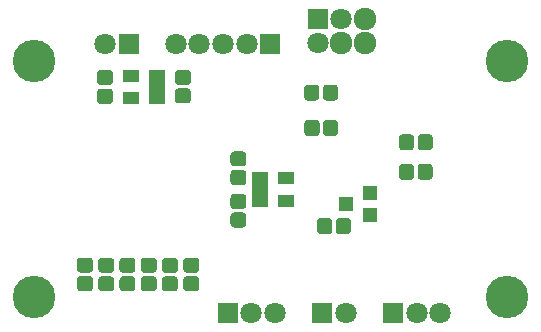
<source format=gbs>
G04 #@! TF.GenerationSoftware,KiCad,Pcbnew,(5.0.0)*
G04 #@! TF.CreationDate,2019-01-23T06:14:12+09:00*
G04 #@! TF.ProjectId,PDS,5044532E6B696361645F706362000000,rev?*
G04 #@! TF.SameCoordinates,Original*
G04 #@! TF.FileFunction,Soldermask,Bot*
G04 #@! TF.FilePolarity,Negative*
%FSLAX46Y46*%
G04 Gerber Fmt 4.6, Leading zero omitted, Abs format (unit mm)*
G04 Created by KiCad (PCBNEW (5.0.0)) date 01/23/19 06:14:12*
%MOMM*%
%LPD*%
G01*
G04 APERTURE LIST*
%ADD10C,3.600000*%
%ADD11C,1.000000*%
%ADD12C,1.275000*%
%ADD13R,1.800000X1.800000*%
%ADD14C,1.800000*%
%ADD15C,1.924000*%
%ADD16R,1.460000X1.050000*%
%ADD17R,1.300000X1.200000*%
G04 APERTURE END LIST*
D10*
G04 #@! TO.C,REF\002A\002A*
X105000000Y-130000000D03*
G04 #@! TD*
G04 #@! TO.C,REF\002A\002A*
X65000000Y-130000000D03*
G04 #@! TD*
G04 #@! TO.C,REF\002A\002A*
X65000000Y-110000000D03*
G04 #@! TD*
D11*
G04 #@! TO.C,C1*
G36*
X77987493Y-112339035D02*
X78018435Y-112343625D01*
X78048778Y-112351225D01*
X78078230Y-112361763D01*
X78106508Y-112375138D01*
X78133338Y-112391219D01*
X78158463Y-112409853D01*
X78181640Y-112430860D01*
X78202647Y-112454037D01*
X78221281Y-112479162D01*
X78237362Y-112505992D01*
X78250737Y-112534270D01*
X78261275Y-112563722D01*
X78268875Y-112594065D01*
X78273465Y-112625007D01*
X78275000Y-112656250D01*
X78275000Y-113293750D01*
X78273465Y-113324993D01*
X78268875Y-113355935D01*
X78261275Y-113386278D01*
X78250737Y-113415730D01*
X78237362Y-113444008D01*
X78221281Y-113470838D01*
X78202647Y-113495963D01*
X78181640Y-113519140D01*
X78158463Y-113540147D01*
X78133338Y-113558781D01*
X78106508Y-113574862D01*
X78078230Y-113588237D01*
X78048778Y-113598775D01*
X78018435Y-113606375D01*
X77987493Y-113610965D01*
X77956250Y-113612500D01*
X77243750Y-113612500D01*
X77212507Y-113610965D01*
X77181565Y-113606375D01*
X77151222Y-113598775D01*
X77121770Y-113588237D01*
X77093492Y-113574862D01*
X77066662Y-113558781D01*
X77041537Y-113540147D01*
X77018360Y-113519140D01*
X76997353Y-113495963D01*
X76978719Y-113470838D01*
X76962638Y-113444008D01*
X76949263Y-113415730D01*
X76938725Y-113386278D01*
X76931125Y-113355935D01*
X76926535Y-113324993D01*
X76925000Y-113293750D01*
X76925000Y-112656250D01*
X76926535Y-112625007D01*
X76931125Y-112594065D01*
X76938725Y-112563722D01*
X76949263Y-112534270D01*
X76962638Y-112505992D01*
X76978719Y-112479162D01*
X76997353Y-112454037D01*
X77018360Y-112430860D01*
X77041537Y-112409853D01*
X77066662Y-112391219D01*
X77093492Y-112375138D01*
X77121770Y-112361763D01*
X77151222Y-112351225D01*
X77181565Y-112343625D01*
X77212507Y-112339035D01*
X77243750Y-112337500D01*
X77956250Y-112337500D01*
X77987493Y-112339035D01*
X77987493Y-112339035D01*
G37*
D12*
X77600000Y-112975000D03*
D11*
G36*
X77987493Y-110764035D02*
X78018435Y-110768625D01*
X78048778Y-110776225D01*
X78078230Y-110786763D01*
X78106508Y-110800138D01*
X78133338Y-110816219D01*
X78158463Y-110834853D01*
X78181640Y-110855860D01*
X78202647Y-110879037D01*
X78221281Y-110904162D01*
X78237362Y-110930992D01*
X78250737Y-110959270D01*
X78261275Y-110988722D01*
X78268875Y-111019065D01*
X78273465Y-111050007D01*
X78275000Y-111081250D01*
X78275000Y-111718750D01*
X78273465Y-111749993D01*
X78268875Y-111780935D01*
X78261275Y-111811278D01*
X78250737Y-111840730D01*
X78237362Y-111869008D01*
X78221281Y-111895838D01*
X78202647Y-111920963D01*
X78181640Y-111944140D01*
X78158463Y-111965147D01*
X78133338Y-111983781D01*
X78106508Y-111999862D01*
X78078230Y-112013237D01*
X78048778Y-112023775D01*
X78018435Y-112031375D01*
X77987493Y-112035965D01*
X77956250Y-112037500D01*
X77243750Y-112037500D01*
X77212507Y-112035965D01*
X77181565Y-112031375D01*
X77151222Y-112023775D01*
X77121770Y-112013237D01*
X77093492Y-111999862D01*
X77066662Y-111983781D01*
X77041537Y-111965147D01*
X77018360Y-111944140D01*
X76997353Y-111920963D01*
X76978719Y-111895838D01*
X76962638Y-111869008D01*
X76949263Y-111840730D01*
X76938725Y-111811278D01*
X76931125Y-111780935D01*
X76926535Y-111749993D01*
X76925000Y-111718750D01*
X76925000Y-111081250D01*
X76926535Y-111050007D01*
X76931125Y-111019065D01*
X76938725Y-110988722D01*
X76949263Y-110959270D01*
X76962638Y-110930992D01*
X76978719Y-110904162D01*
X76997353Y-110879037D01*
X77018360Y-110855860D01*
X77041537Y-110834853D01*
X77066662Y-110816219D01*
X77093492Y-110800138D01*
X77121770Y-110786763D01*
X77151222Y-110776225D01*
X77181565Y-110768625D01*
X77212507Y-110764035D01*
X77243750Y-110762500D01*
X77956250Y-110762500D01*
X77987493Y-110764035D01*
X77987493Y-110764035D01*
G37*
D12*
X77600000Y-111400000D03*
G04 #@! TD*
D11*
G04 #@! TO.C,C2*
G36*
X71387493Y-110789035D02*
X71418435Y-110793625D01*
X71448778Y-110801225D01*
X71478230Y-110811763D01*
X71506508Y-110825138D01*
X71533338Y-110841219D01*
X71558463Y-110859853D01*
X71581640Y-110880860D01*
X71602647Y-110904037D01*
X71621281Y-110929162D01*
X71637362Y-110955992D01*
X71650737Y-110984270D01*
X71661275Y-111013722D01*
X71668875Y-111044065D01*
X71673465Y-111075007D01*
X71675000Y-111106250D01*
X71675000Y-111743750D01*
X71673465Y-111774993D01*
X71668875Y-111805935D01*
X71661275Y-111836278D01*
X71650737Y-111865730D01*
X71637362Y-111894008D01*
X71621281Y-111920838D01*
X71602647Y-111945963D01*
X71581640Y-111969140D01*
X71558463Y-111990147D01*
X71533338Y-112008781D01*
X71506508Y-112024862D01*
X71478230Y-112038237D01*
X71448778Y-112048775D01*
X71418435Y-112056375D01*
X71387493Y-112060965D01*
X71356250Y-112062500D01*
X70643750Y-112062500D01*
X70612507Y-112060965D01*
X70581565Y-112056375D01*
X70551222Y-112048775D01*
X70521770Y-112038237D01*
X70493492Y-112024862D01*
X70466662Y-112008781D01*
X70441537Y-111990147D01*
X70418360Y-111969140D01*
X70397353Y-111945963D01*
X70378719Y-111920838D01*
X70362638Y-111894008D01*
X70349263Y-111865730D01*
X70338725Y-111836278D01*
X70331125Y-111805935D01*
X70326535Y-111774993D01*
X70325000Y-111743750D01*
X70325000Y-111106250D01*
X70326535Y-111075007D01*
X70331125Y-111044065D01*
X70338725Y-111013722D01*
X70349263Y-110984270D01*
X70362638Y-110955992D01*
X70378719Y-110929162D01*
X70397353Y-110904037D01*
X70418360Y-110880860D01*
X70441537Y-110859853D01*
X70466662Y-110841219D01*
X70493492Y-110825138D01*
X70521770Y-110811763D01*
X70551222Y-110801225D01*
X70581565Y-110793625D01*
X70612507Y-110789035D01*
X70643750Y-110787500D01*
X71356250Y-110787500D01*
X71387493Y-110789035D01*
X71387493Y-110789035D01*
G37*
D12*
X71000000Y-111425000D03*
D11*
G36*
X71387493Y-112364035D02*
X71418435Y-112368625D01*
X71448778Y-112376225D01*
X71478230Y-112386763D01*
X71506508Y-112400138D01*
X71533338Y-112416219D01*
X71558463Y-112434853D01*
X71581640Y-112455860D01*
X71602647Y-112479037D01*
X71621281Y-112504162D01*
X71637362Y-112530992D01*
X71650737Y-112559270D01*
X71661275Y-112588722D01*
X71668875Y-112619065D01*
X71673465Y-112650007D01*
X71675000Y-112681250D01*
X71675000Y-113318750D01*
X71673465Y-113349993D01*
X71668875Y-113380935D01*
X71661275Y-113411278D01*
X71650737Y-113440730D01*
X71637362Y-113469008D01*
X71621281Y-113495838D01*
X71602647Y-113520963D01*
X71581640Y-113544140D01*
X71558463Y-113565147D01*
X71533338Y-113583781D01*
X71506508Y-113599862D01*
X71478230Y-113613237D01*
X71448778Y-113623775D01*
X71418435Y-113631375D01*
X71387493Y-113635965D01*
X71356250Y-113637500D01*
X70643750Y-113637500D01*
X70612507Y-113635965D01*
X70581565Y-113631375D01*
X70551222Y-113623775D01*
X70521770Y-113613237D01*
X70493492Y-113599862D01*
X70466662Y-113583781D01*
X70441537Y-113565147D01*
X70418360Y-113544140D01*
X70397353Y-113520963D01*
X70378719Y-113495838D01*
X70362638Y-113469008D01*
X70349263Y-113440730D01*
X70338725Y-113411278D01*
X70331125Y-113380935D01*
X70326535Y-113349993D01*
X70325000Y-113318750D01*
X70325000Y-112681250D01*
X70326535Y-112650007D01*
X70331125Y-112619065D01*
X70338725Y-112588722D01*
X70349263Y-112559270D01*
X70362638Y-112530992D01*
X70378719Y-112504162D01*
X70397353Y-112479037D01*
X70418360Y-112455860D01*
X70441537Y-112434853D01*
X70466662Y-112416219D01*
X70493492Y-112400138D01*
X70521770Y-112386763D01*
X70551222Y-112376225D01*
X70581565Y-112368625D01*
X70612507Y-112364035D01*
X70643750Y-112362500D01*
X71356250Y-112362500D01*
X71387493Y-112364035D01*
X71387493Y-112364035D01*
G37*
D12*
X71000000Y-113000000D03*
G04 #@! TD*
D13*
G04 #@! TO.C,J1*
X73000000Y-108600000D03*
D14*
X71000000Y-108600000D03*
G04 #@! TD*
G04 #@! TO.C,J2*
X83000000Y-108600000D03*
D13*
X85000000Y-108600000D03*
D14*
X81000000Y-108600000D03*
X79000000Y-108600000D03*
X77000000Y-108600000D03*
G04 #@! TD*
G04 #@! TO.C,J3*
X97400000Y-131400000D03*
D13*
X95400000Y-131400000D03*
D14*
X99400000Y-131400000D03*
G04 #@! TD*
G04 #@! TO.C,J4*
X85400000Y-131400000D03*
D13*
X81400000Y-131400000D03*
D14*
X83400000Y-131400000D03*
G04 #@! TD*
G04 #@! TO.C,J5*
X91400000Y-131400000D03*
D13*
X89400000Y-131400000D03*
G04 #@! TD*
D14*
G04 #@! TO.C,J8*
X89000000Y-108500000D03*
D13*
X89000000Y-106500000D03*
D14*
X91000000Y-106500000D03*
D15*
X91000000Y-108500000D03*
X93000000Y-106500000D03*
X93000000Y-108500000D03*
G04 #@! TD*
D16*
G04 #@! TO.C,Q1*
X86300000Y-121850000D03*
X86300000Y-119950000D03*
X84100000Y-119950000D03*
X84100000Y-120900000D03*
X84100000Y-121850000D03*
G04 #@! TD*
D17*
G04 #@! TO.C,Q2*
X93400000Y-121200000D03*
X93400000Y-123100000D03*
X91400000Y-122150000D03*
G04 #@! TD*
D11*
G04 #@! TO.C,R1*
G36*
X69687493Y-128239035D02*
X69718435Y-128243625D01*
X69748778Y-128251225D01*
X69778230Y-128261763D01*
X69806508Y-128275138D01*
X69833338Y-128291219D01*
X69858463Y-128309853D01*
X69881640Y-128330860D01*
X69902647Y-128354037D01*
X69921281Y-128379162D01*
X69937362Y-128405992D01*
X69950737Y-128434270D01*
X69961275Y-128463722D01*
X69968875Y-128494065D01*
X69973465Y-128525007D01*
X69975000Y-128556250D01*
X69975000Y-129193750D01*
X69973465Y-129224993D01*
X69968875Y-129255935D01*
X69961275Y-129286278D01*
X69950737Y-129315730D01*
X69937362Y-129344008D01*
X69921281Y-129370838D01*
X69902647Y-129395963D01*
X69881640Y-129419140D01*
X69858463Y-129440147D01*
X69833338Y-129458781D01*
X69806508Y-129474862D01*
X69778230Y-129488237D01*
X69748778Y-129498775D01*
X69718435Y-129506375D01*
X69687493Y-129510965D01*
X69656250Y-129512500D01*
X68943750Y-129512500D01*
X68912507Y-129510965D01*
X68881565Y-129506375D01*
X68851222Y-129498775D01*
X68821770Y-129488237D01*
X68793492Y-129474862D01*
X68766662Y-129458781D01*
X68741537Y-129440147D01*
X68718360Y-129419140D01*
X68697353Y-129395963D01*
X68678719Y-129370838D01*
X68662638Y-129344008D01*
X68649263Y-129315730D01*
X68638725Y-129286278D01*
X68631125Y-129255935D01*
X68626535Y-129224993D01*
X68625000Y-129193750D01*
X68625000Y-128556250D01*
X68626535Y-128525007D01*
X68631125Y-128494065D01*
X68638725Y-128463722D01*
X68649263Y-128434270D01*
X68662638Y-128405992D01*
X68678719Y-128379162D01*
X68697353Y-128354037D01*
X68718360Y-128330860D01*
X68741537Y-128309853D01*
X68766662Y-128291219D01*
X68793492Y-128275138D01*
X68821770Y-128261763D01*
X68851222Y-128251225D01*
X68881565Y-128243625D01*
X68912507Y-128239035D01*
X68943750Y-128237500D01*
X69656250Y-128237500D01*
X69687493Y-128239035D01*
X69687493Y-128239035D01*
G37*
D12*
X69300000Y-128875000D03*
D11*
G36*
X69687493Y-126664035D02*
X69718435Y-126668625D01*
X69748778Y-126676225D01*
X69778230Y-126686763D01*
X69806508Y-126700138D01*
X69833338Y-126716219D01*
X69858463Y-126734853D01*
X69881640Y-126755860D01*
X69902647Y-126779037D01*
X69921281Y-126804162D01*
X69937362Y-126830992D01*
X69950737Y-126859270D01*
X69961275Y-126888722D01*
X69968875Y-126919065D01*
X69973465Y-126950007D01*
X69975000Y-126981250D01*
X69975000Y-127618750D01*
X69973465Y-127649993D01*
X69968875Y-127680935D01*
X69961275Y-127711278D01*
X69950737Y-127740730D01*
X69937362Y-127769008D01*
X69921281Y-127795838D01*
X69902647Y-127820963D01*
X69881640Y-127844140D01*
X69858463Y-127865147D01*
X69833338Y-127883781D01*
X69806508Y-127899862D01*
X69778230Y-127913237D01*
X69748778Y-127923775D01*
X69718435Y-127931375D01*
X69687493Y-127935965D01*
X69656250Y-127937500D01*
X68943750Y-127937500D01*
X68912507Y-127935965D01*
X68881565Y-127931375D01*
X68851222Y-127923775D01*
X68821770Y-127913237D01*
X68793492Y-127899862D01*
X68766662Y-127883781D01*
X68741537Y-127865147D01*
X68718360Y-127844140D01*
X68697353Y-127820963D01*
X68678719Y-127795838D01*
X68662638Y-127769008D01*
X68649263Y-127740730D01*
X68638725Y-127711278D01*
X68631125Y-127680935D01*
X68626535Y-127649993D01*
X68625000Y-127618750D01*
X68625000Y-126981250D01*
X68626535Y-126950007D01*
X68631125Y-126919065D01*
X68638725Y-126888722D01*
X68649263Y-126859270D01*
X68662638Y-126830992D01*
X68678719Y-126804162D01*
X68697353Y-126779037D01*
X68718360Y-126755860D01*
X68741537Y-126734853D01*
X68766662Y-126716219D01*
X68793492Y-126700138D01*
X68821770Y-126686763D01*
X68851222Y-126676225D01*
X68881565Y-126668625D01*
X68912507Y-126664035D01*
X68943750Y-126662500D01*
X69656250Y-126662500D01*
X69687493Y-126664035D01*
X69687493Y-126664035D01*
G37*
D12*
X69300000Y-127300000D03*
G04 #@! TD*
D11*
G04 #@! TO.C,R2*
G36*
X71487493Y-126676535D02*
X71518435Y-126681125D01*
X71548778Y-126688725D01*
X71578230Y-126699263D01*
X71606508Y-126712638D01*
X71633338Y-126728719D01*
X71658463Y-126747353D01*
X71681640Y-126768360D01*
X71702647Y-126791537D01*
X71721281Y-126816662D01*
X71737362Y-126843492D01*
X71750737Y-126871770D01*
X71761275Y-126901222D01*
X71768875Y-126931565D01*
X71773465Y-126962507D01*
X71775000Y-126993750D01*
X71775000Y-127631250D01*
X71773465Y-127662493D01*
X71768875Y-127693435D01*
X71761275Y-127723778D01*
X71750737Y-127753230D01*
X71737362Y-127781508D01*
X71721281Y-127808338D01*
X71702647Y-127833463D01*
X71681640Y-127856640D01*
X71658463Y-127877647D01*
X71633338Y-127896281D01*
X71606508Y-127912362D01*
X71578230Y-127925737D01*
X71548778Y-127936275D01*
X71518435Y-127943875D01*
X71487493Y-127948465D01*
X71456250Y-127950000D01*
X70743750Y-127950000D01*
X70712507Y-127948465D01*
X70681565Y-127943875D01*
X70651222Y-127936275D01*
X70621770Y-127925737D01*
X70593492Y-127912362D01*
X70566662Y-127896281D01*
X70541537Y-127877647D01*
X70518360Y-127856640D01*
X70497353Y-127833463D01*
X70478719Y-127808338D01*
X70462638Y-127781508D01*
X70449263Y-127753230D01*
X70438725Y-127723778D01*
X70431125Y-127693435D01*
X70426535Y-127662493D01*
X70425000Y-127631250D01*
X70425000Y-126993750D01*
X70426535Y-126962507D01*
X70431125Y-126931565D01*
X70438725Y-126901222D01*
X70449263Y-126871770D01*
X70462638Y-126843492D01*
X70478719Y-126816662D01*
X70497353Y-126791537D01*
X70518360Y-126768360D01*
X70541537Y-126747353D01*
X70566662Y-126728719D01*
X70593492Y-126712638D01*
X70621770Y-126699263D01*
X70651222Y-126688725D01*
X70681565Y-126681125D01*
X70712507Y-126676535D01*
X70743750Y-126675000D01*
X71456250Y-126675000D01*
X71487493Y-126676535D01*
X71487493Y-126676535D01*
G37*
D12*
X71100000Y-127312500D03*
D11*
G36*
X71487493Y-128251535D02*
X71518435Y-128256125D01*
X71548778Y-128263725D01*
X71578230Y-128274263D01*
X71606508Y-128287638D01*
X71633338Y-128303719D01*
X71658463Y-128322353D01*
X71681640Y-128343360D01*
X71702647Y-128366537D01*
X71721281Y-128391662D01*
X71737362Y-128418492D01*
X71750737Y-128446770D01*
X71761275Y-128476222D01*
X71768875Y-128506565D01*
X71773465Y-128537507D01*
X71775000Y-128568750D01*
X71775000Y-129206250D01*
X71773465Y-129237493D01*
X71768875Y-129268435D01*
X71761275Y-129298778D01*
X71750737Y-129328230D01*
X71737362Y-129356508D01*
X71721281Y-129383338D01*
X71702647Y-129408463D01*
X71681640Y-129431640D01*
X71658463Y-129452647D01*
X71633338Y-129471281D01*
X71606508Y-129487362D01*
X71578230Y-129500737D01*
X71548778Y-129511275D01*
X71518435Y-129518875D01*
X71487493Y-129523465D01*
X71456250Y-129525000D01*
X70743750Y-129525000D01*
X70712507Y-129523465D01*
X70681565Y-129518875D01*
X70651222Y-129511275D01*
X70621770Y-129500737D01*
X70593492Y-129487362D01*
X70566662Y-129471281D01*
X70541537Y-129452647D01*
X70518360Y-129431640D01*
X70497353Y-129408463D01*
X70478719Y-129383338D01*
X70462638Y-129356508D01*
X70449263Y-129328230D01*
X70438725Y-129298778D01*
X70431125Y-129268435D01*
X70426535Y-129237493D01*
X70425000Y-129206250D01*
X70425000Y-128568750D01*
X70426535Y-128537507D01*
X70431125Y-128506565D01*
X70438725Y-128476222D01*
X70449263Y-128446770D01*
X70462638Y-128418492D01*
X70478719Y-128391662D01*
X70497353Y-128366537D01*
X70518360Y-128343360D01*
X70541537Y-128322353D01*
X70566662Y-128303719D01*
X70593492Y-128287638D01*
X70621770Y-128274263D01*
X70651222Y-128263725D01*
X70681565Y-128256125D01*
X70712507Y-128251535D01*
X70743750Y-128250000D01*
X71456250Y-128250000D01*
X71487493Y-128251535D01*
X71487493Y-128251535D01*
G37*
D12*
X71100000Y-128887500D03*
G04 #@! TD*
D11*
G04 #@! TO.C,R3*
G36*
X73287493Y-128251535D02*
X73318435Y-128256125D01*
X73348778Y-128263725D01*
X73378230Y-128274263D01*
X73406508Y-128287638D01*
X73433338Y-128303719D01*
X73458463Y-128322353D01*
X73481640Y-128343360D01*
X73502647Y-128366537D01*
X73521281Y-128391662D01*
X73537362Y-128418492D01*
X73550737Y-128446770D01*
X73561275Y-128476222D01*
X73568875Y-128506565D01*
X73573465Y-128537507D01*
X73575000Y-128568750D01*
X73575000Y-129206250D01*
X73573465Y-129237493D01*
X73568875Y-129268435D01*
X73561275Y-129298778D01*
X73550737Y-129328230D01*
X73537362Y-129356508D01*
X73521281Y-129383338D01*
X73502647Y-129408463D01*
X73481640Y-129431640D01*
X73458463Y-129452647D01*
X73433338Y-129471281D01*
X73406508Y-129487362D01*
X73378230Y-129500737D01*
X73348778Y-129511275D01*
X73318435Y-129518875D01*
X73287493Y-129523465D01*
X73256250Y-129525000D01*
X72543750Y-129525000D01*
X72512507Y-129523465D01*
X72481565Y-129518875D01*
X72451222Y-129511275D01*
X72421770Y-129500737D01*
X72393492Y-129487362D01*
X72366662Y-129471281D01*
X72341537Y-129452647D01*
X72318360Y-129431640D01*
X72297353Y-129408463D01*
X72278719Y-129383338D01*
X72262638Y-129356508D01*
X72249263Y-129328230D01*
X72238725Y-129298778D01*
X72231125Y-129268435D01*
X72226535Y-129237493D01*
X72225000Y-129206250D01*
X72225000Y-128568750D01*
X72226535Y-128537507D01*
X72231125Y-128506565D01*
X72238725Y-128476222D01*
X72249263Y-128446770D01*
X72262638Y-128418492D01*
X72278719Y-128391662D01*
X72297353Y-128366537D01*
X72318360Y-128343360D01*
X72341537Y-128322353D01*
X72366662Y-128303719D01*
X72393492Y-128287638D01*
X72421770Y-128274263D01*
X72451222Y-128263725D01*
X72481565Y-128256125D01*
X72512507Y-128251535D01*
X72543750Y-128250000D01*
X73256250Y-128250000D01*
X73287493Y-128251535D01*
X73287493Y-128251535D01*
G37*
D12*
X72900000Y-128887500D03*
D11*
G36*
X73287493Y-126676535D02*
X73318435Y-126681125D01*
X73348778Y-126688725D01*
X73378230Y-126699263D01*
X73406508Y-126712638D01*
X73433338Y-126728719D01*
X73458463Y-126747353D01*
X73481640Y-126768360D01*
X73502647Y-126791537D01*
X73521281Y-126816662D01*
X73537362Y-126843492D01*
X73550737Y-126871770D01*
X73561275Y-126901222D01*
X73568875Y-126931565D01*
X73573465Y-126962507D01*
X73575000Y-126993750D01*
X73575000Y-127631250D01*
X73573465Y-127662493D01*
X73568875Y-127693435D01*
X73561275Y-127723778D01*
X73550737Y-127753230D01*
X73537362Y-127781508D01*
X73521281Y-127808338D01*
X73502647Y-127833463D01*
X73481640Y-127856640D01*
X73458463Y-127877647D01*
X73433338Y-127896281D01*
X73406508Y-127912362D01*
X73378230Y-127925737D01*
X73348778Y-127936275D01*
X73318435Y-127943875D01*
X73287493Y-127948465D01*
X73256250Y-127950000D01*
X72543750Y-127950000D01*
X72512507Y-127948465D01*
X72481565Y-127943875D01*
X72451222Y-127936275D01*
X72421770Y-127925737D01*
X72393492Y-127912362D01*
X72366662Y-127896281D01*
X72341537Y-127877647D01*
X72318360Y-127856640D01*
X72297353Y-127833463D01*
X72278719Y-127808338D01*
X72262638Y-127781508D01*
X72249263Y-127753230D01*
X72238725Y-127723778D01*
X72231125Y-127693435D01*
X72226535Y-127662493D01*
X72225000Y-127631250D01*
X72225000Y-126993750D01*
X72226535Y-126962507D01*
X72231125Y-126931565D01*
X72238725Y-126901222D01*
X72249263Y-126871770D01*
X72262638Y-126843492D01*
X72278719Y-126816662D01*
X72297353Y-126791537D01*
X72318360Y-126768360D01*
X72341537Y-126747353D01*
X72366662Y-126728719D01*
X72393492Y-126712638D01*
X72421770Y-126699263D01*
X72451222Y-126688725D01*
X72481565Y-126681125D01*
X72512507Y-126676535D01*
X72543750Y-126675000D01*
X73256250Y-126675000D01*
X73287493Y-126676535D01*
X73287493Y-126676535D01*
G37*
D12*
X72900000Y-127312500D03*
G04 #@! TD*
D11*
G04 #@! TO.C,R4*
G36*
X76887493Y-128251535D02*
X76918435Y-128256125D01*
X76948778Y-128263725D01*
X76978230Y-128274263D01*
X77006508Y-128287638D01*
X77033338Y-128303719D01*
X77058463Y-128322353D01*
X77081640Y-128343360D01*
X77102647Y-128366537D01*
X77121281Y-128391662D01*
X77137362Y-128418492D01*
X77150737Y-128446770D01*
X77161275Y-128476222D01*
X77168875Y-128506565D01*
X77173465Y-128537507D01*
X77175000Y-128568750D01*
X77175000Y-129206250D01*
X77173465Y-129237493D01*
X77168875Y-129268435D01*
X77161275Y-129298778D01*
X77150737Y-129328230D01*
X77137362Y-129356508D01*
X77121281Y-129383338D01*
X77102647Y-129408463D01*
X77081640Y-129431640D01*
X77058463Y-129452647D01*
X77033338Y-129471281D01*
X77006508Y-129487362D01*
X76978230Y-129500737D01*
X76948778Y-129511275D01*
X76918435Y-129518875D01*
X76887493Y-129523465D01*
X76856250Y-129525000D01*
X76143750Y-129525000D01*
X76112507Y-129523465D01*
X76081565Y-129518875D01*
X76051222Y-129511275D01*
X76021770Y-129500737D01*
X75993492Y-129487362D01*
X75966662Y-129471281D01*
X75941537Y-129452647D01*
X75918360Y-129431640D01*
X75897353Y-129408463D01*
X75878719Y-129383338D01*
X75862638Y-129356508D01*
X75849263Y-129328230D01*
X75838725Y-129298778D01*
X75831125Y-129268435D01*
X75826535Y-129237493D01*
X75825000Y-129206250D01*
X75825000Y-128568750D01*
X75826535Y-128537507D01*
X75831125Y-128506565D01*
X75838725Y-128476222D01*
X75849263Y-128446770D01*
X75862638Y-128418492D01*
X75878719Y-128391662D01*
X75897353Y-128366537D01*
X75918360Y-128343360D01*
X75941537Y-128322353D01*
X75966662Y-128303719D01*
X75993492Y-128287638D01*
X76021770Y-128274263D01*
X76051222Y-128263725D01*
X76081565Y-128256125D01*
X76112507Y-128251535D01*
X76143750Y-128250000D01*
X76856250Y-128250000D01*
X76887493Y-128251535D01*
X76887493Y-128251535D01*
G37*
D12*
X76500000Y-128887500D03*
D11*
G36*
X76887493Y-126676535D02*
X76918435Y-126681125D01*
X76948778Y-126688725D01*
X76978230Y-126699263D01*
X77006508Y-126712638D01*
X77033338Y-126728719D01*
X77058463Y-126747353D01*
X77081640Y-126768360D01*
X77102647Y-126791537D01*
X77121281Y-126816662D01*
X77137362Y-126843492D01*
X77150737Y-126871770D01*
X77161275Y-126901222D01*
X77168875Y-126931565D01*
X77173465Y-126962507D01*
X77175000Y-126993750D01*
X77175000Y-127631250D01*
X77173465Y-127662493D01*
X77168875Y-127693435D01*
X77161275Y-127723778D01*
X77150737Y-127753230D01*
X77137362Y-127781508D01*
X77121281Y-127808338D01*
X77102647Y-127833463D01*
X77081640Y-127856640D01*
X77058463Y-127877647D01*
X77033338Y-127896281D01*
X77006508Y-127912362D01*
X76978230Y-127925737D01*
X76948778Y-127936275D01*
X76918435Y-127943875D01*
X76887493Y-127948465D01*
X76856250Y-127950000D01*
X76143750Y-127950000D01*
X76112507Y-127948465D01*
X76081565Y-127943875D01*
X76051222Y-127936275D01*
X76021770Y-127925737D01*
X75993492Y-127912362D01*
X75966662Y-127896281D01*
X75941537Y-127877647D01*
X75918360Y-127856640D01*
X75897353Y-127833463D01*
X75878719Y-127808338D01*
X75862638Y-127781508D01*
X75849263Y-127753230D01*
X75838725Y-127723778D01*
X75831125Y-127693435D01*
X75826535Y-127662493D01*
X75825000Y-127631250D01*
X75825000Y-126993750D01*
X75826535Y-126962507D01*
X75831125Y-126931565D01*
X75838725Y-126901222D01*
X75849263Y-126871770D01*
X75862638Y-126843492D01*
X75878719Y-126816662D01*
X75897353Y-126791537D01*
X75918360Y-126768360D01*
X75941537Y-126747353D01*
X75966662Y-126728719D01*
X75993492Y-126712638D01*
X76021770Y-126699263D01*
X76051222Y-126688725D01*
X76081565Y-126681125D01*
X76112507Y-126676535D01*
X76143750Y-126675000D01*
X76856250Y-126675000D01*
X76887493Y-126676535D01*
X76887493Y-126676535D01*
G37*
D12*
X76500000Y-127312500D03*
G04 #@! TD*
D11*
G04 #@! TO.C,R5*
G36*
X75087493Y-128251535D02*
X75118435Y-128256125D01*
X75148778Y-128263725D01*
X75178230Y-128274263D01*
X75206508Y-128287638D01*
X75233338Y-128303719D01*
X75258463Y-128322353D01*
X75281640Y-128343360D01*
X75302647Y-128366537D01*
X75321281Y-128391662D01*
X75337362Y-128418492D01*
X75350737Y-128446770D01*
X75361275Y-128476222D01*
X75368875Y-128506565D01*
X75373465Y-128537507D01*
X75375000Y-128568750D01*
X75375000Y-129206250D01*
X75373465Y-129237493D01*
X75368875Y-129268435D01*
X75361275Y-129298778D01*
X75350737Y-129328230D01*
X75337362Y-129356508D01*
X75321281Y-129383338D01*
X75302647Y-129408463D01*
X75281640Y-129431640D01*
X75258463Y-129452647D01*
X75233338Y-129471281D01*
X75206508Y-129487362D01*
X75178230Y-129500737D01*
X75148778Y-129511275D01*
X75118435Y-129518875D01*
X75087493Y-129523465D01*
X75056250Y-129525000D01*
X74343750Y-129525000D01*
X74312507Y-129523465D01*
X74281565Y-129518875D01*
X74251222Y-129511275D01*
X74221770Y-129500737D01*
X74193492Y-129487362D01*
X74166662Y-129471281D01*
X74141537Y-129452647D01*
X74118360Y-129431640D01*
X74097353Y-129408463D01*
X74078719Y-129383338D01*
X74062638Y-129356508D01*
X74049263Y-129328230D01*
X74038725Y-129298778D01*
X74031125Y-129268435D01*
X74026535Y-129237493D01*
X74025000Y-129206250D01*
X74025000Y-128568750D01*
X74026535Y-128537507D01*
X74031125Y-128506565D01*
X74038725Y-128476222D01*
X74049263Y-128446770D01*
X74062638Y-128418492D01*
X74078719Y-128391662D01*
X74097353Y-128366537D01*
X74118360Y-128343360D01*
X74141537Y-128322353D01*
X74166662Y-128303719D01*
X74193492Y-128287638D01*
X74221770Y-128274263D01*
X74251222Y-128263725D01*
X74281565Y-128256125D01*
X74312507Y-128251535D01*
X74343750Y-128250000D01*
X75056250Y-128250000D01*
X75087493Y-128251535D01*
X75087493Y-128251535D01*
G37*
D12*
X74700000Y-128887500D03*
D11*
G36*
X75087493Y-126676535D02*
X75118435Y-126681125D01*
X75148778Y-126688725D01*
X75178230Y-126699263D01*
X75206508Y-126712638D01*
X75233338Y-126728719D01*
X75258463Y-126747353D01*
X75281640Y-126768360D01*
X75302647Y-126791537D01*
X75321281Y-126816662D01*
X75337362Y-126843492D01*
X75350737Y-126871770D01*
X75361275Y-126901222D01*
X75368875Y-126931565D01*
X75373465Y-126962507D01*
X75375000Y-126993750D01*
X75375000Y-127631250D01*
X75373465Y-127662493D01*
X75368875Y-127693435D01*
X75361275Y-127723778D01*
X75350737Y-127753230D01*
X75337362Y-127781508D01*
X75321281Y-127808338D01*
X75302647Y-127833463D01*
X75281640Y-127856640D01*
X75258463Y-127877647D01*
X75233338Y-127896281D01*
X75206508Y-127912362D01*
X75178230Y-127925737D01*
X75148778Y-127936275D01*
X75118435Y-127943875D01*
X75087493Y-127948465D01*
X75056250Y-127950000D01*
X74343750Y-127950000D01*
X74312507Y-127948465D01*
X74281565Y-127943875D01*
X74251222Y-127936275D01*
X74221770Y-127925737D01*
X74193492Y-127912362D01*
X74166662Y-127896281D01*
X74141537Y-127877647D01*
X74118360Y-127856640D01*
X74097353Y-127833463D01*
X74078719Y-127808338D01*
X74062638Y-127781508D01*
X74049263Y-127753230D01*
X74038725Y-127723778D01*
X74031125Y-127693435D01*
X74026535Y-127662493D01*
X74025000Y-127631250D01*
X74025000Y-126993750D01*
X74026535Y-126962507D01*
X74031125Y-126931565D01*
X74038725Y-126901222D01*
X74049263Y-126871770D01*
X74062638Y-126843492D01*
X74078719Y-126816662D01*
X74097353Y-126791537D01*
X74118360Y-126768360D01*
X74141537Y-126747353D01*
X74166662Y-126728719D01*
X74193492Y-126712638D01*
X74221770Y-126699263D01*
X74251222Y-126688725D01*
X74281565Y-126681125D01*
X74312507Y-126676535D01*
X74343750Y-126675000D01*
X75056250Y-126675000D01*
X75087493Y-126676535D01*
X75087493Y-126676535D01*
G37*
D12*
X74700000Y-127312500D03*
G04 #@! TD*
D11*
G04 #@! TO.C,R8*
G36*
X82687493Y-121276535D02*
X82718435Y-121281125D01*
X82748778Y-121288725D01*
X82778230Y-121299263D01*
X82806508Y-121312638D01*
X82833338Y-121328719D01*
X82858463Y-121347353D01*
X82881640Y-121368360D01*
X82902647Y-121391537D01*
X82921281Y-121416662D01*
X82937362Y-121443492D01*
X82950737Y-121471770D01*
X82961275Y-121501222D01*
X82968875Y-121531565D01*
X82973465Y-121562507D01*
X82975000Y-121593750D01*
X82975000Y-122231250D01*
X82973465Y-122262493D01*
X82968875Y-122293435D01*
X82961275Y-122323778D01*
X82950737Y-122353230D01*
X82937362Y-122381508D01*
X82921281Y-122408338D01*
X82902647Y-122433463D01*
X82881640Y-122456640D01*
X82858463Y-122477647D01*
X82833338Y-122496281D01*
X82806508Y-122512362D01*
X82778230Y-122525737D01*
X82748778Y-122536275D01*
X82718435Y-122543875D01*
X82687493Y-122548465D01*
X82656250Y-122550000D01*
X81943750Y-122550000D01*
X81912507Y-122548465D01*
X81881565Y-122543875D01*
X81851222Y-122536275D01*
X81821770Y-122525737D01*
X81793492Y-122512362D01*
X81766662Y-122496281D01*
X81741537Y-122477647D01*
X81718360Y-122456640D01*
X81697353Y-122433463D01*
X81678719Y-122408338D01*
X81662638Y-122381508D01*
X81649263Y-122353230D01*
X81638725Y-122323778D01*
X81631125Y-122293435D01*
X81626535Y-122262493D01*
X81625000Y-122231250D01*
X81625000Y-121593750D01*
X81626535Y-121562507D01*
X81631125Y-121531565D01*
X81638725Y-121501222D01*
X81649263Y-121471770D01*
X81662638Y-121443492D01*
X81678719Y-121416662D01*
X81697353Y-121391537D01*
X81718360Y-121368360D01*
X81741537Y-121347353D01*
X81766662Y-121328719D01*
X81793492Y-121312638D01*
X81821770Y-121299263D01*
X81851222Y-121288725D01*
X81881565Y-121281125D01*
X81912507Y-121276535D01*
X81943750Y-121275000D01*
X82656250Y-121275000D01*
X82687493Y-121276535D01*
X82687493Y-121276535D01*
G37*
D12*
X82300000Y-121912500D03*
D11*
G36*
X82687493Y-122851535D02*
X82718435Y-122856125D01*
X82748778Y-122863725D01*
X82778230Y-122874263D01*
X82806508Y-122887638D01*
X82833338Y-122903719D01*
X82858463Y-122922353D01*
X82881640Y-122943360D01*
X82902647Y-122966537D01*
X82921281Y-122991662D01*
X82937362Y-123018492D01*
X82950737Y-123046770D01*
X82961275Y-123076222D01*
X82968875Y-123106565D01*
X82973465Y-123137507D01*
X82975000Y-123168750D01*
X82975000Y-123806250D01*
X82973465Y-123837493D01*
X82968875Y-123868435D01*
X82961275Y-123898778D01*
X82950737Y-123928230D01*
X82937362Y-123956508D01*
X82921281Y-123983338D01*
X82902647Y-124008463D01*
X82881640Y-124031640D01*
X82858463Y-124052647D01*
X82833338Y-124071281D01*
X82806508Y-124087362D01*
X82778230Y-124100737D01*
X82748778Y-124111275D01*
X82718435Y-124118875D01*
X82687493Y-124123465D01*
X82656250Y-124125000D01*
X81943750Y-124125000D01*
X81912507Y-124123465D01*
X81881565Y-124118875D01*
X81851222Y-124111275D01*
X81821770Y-124100737D01*
X81793492Y-124087362D01*
X81766662Y-124071281D01*
X81741537Y-124052647D01*
X81718360Y-124031640D01*
X81697353Y-124008463D01*
X81678719Y-123983338D01*
X81662638Y-123956508D01*
X81649263Y-123928230D01*
X81638725Y-123898778D01*
X81631125Y-123868435D01*
X81626535Y-123837493D01*
X81625000Y-123806250D01*
X81625000Y-123168750D01*
X81626535Y-123137507D01*
X81631125Y-123106565D01*
X81638725Y-123076222D01*
X81649263Y-123046770D01*
X81662638Y-123018492D01*
X81678719Y-122991662D01*
X81697353Y-122966537D01*
X81718360Y-122943360D01*
X81741537Y-122922353D01*
X81766662Y-122903719D01*
X81793492Y-122887638D01*
X81821770Y-122874263D01*
X81851222Y-122863725D01*
X81881565Y-122856125D01*
X81912507Y-122851535D01*
X81943750Y-122850000D01*
X82656250Y-122850000D01*
X82687493Y-122851535D01*
X82687493Y-122851535D01*
G37*
D12*
X82300000Y-123487500D03*
G04 #@! TD*
D11*
G04 #@! TO.C,R9*
G36*
X82687493Y-119251535D02*
X82718435Y-119256125D01*
X82748778Y-119263725D01*
X82778230Y-119274263D01*
X82806508Y-119287638D01*
X82833338Y-119303719D01*
X82858463Y-119322353D01*
X82881640Y-119343360D01*
X82902647Y-119366537D01*
X82921281Y-119391662D01*
X82937362Y-119418492D01*
X82950737Y-119446770D01*
X82961275Y-119476222D01*
X82968875Y-119506565D01*
X82973465Y-119537507D01*
X82975000Y-119568750D01*
X82975000Y-120206250D01*
X82973465Y-120237493D01*
X82968875Y-120268435D01*
X82961275Y-120298778D01*
X82950737Y-120328230D01*
X82937362Y-120356508D01*
X82921281Y-120383338D01*
X82902647Y-120408463D01*
X82881640Y-120431640D01*
X82858463Y-120452647D01*
X82833338Y-120471281D01*
X82806508Y-120487362D01*
X82778230Y-120500737D01*
X82748778Y-120511275D01*
X82718435Y-120518875D01*
X82687493Y-120523465D01*
X82656250Y-120525000D01*
X81943750Y-120525000D01*
X81912507Y-120523465D01*
X81881565Y-120518875D01*
X81851222Y-120511275D01*
X81821770Y-120500737D01*
X81793492Y-120487362D01*
X81766662Y-120471281D01*
X81741537Y-120452647D01*
X81718360Y-120431640D01*
X81697353Y-120408463D01*
X81678719Y-120383338D01*
X81662638Y-120356508D01*
X81649263Y-120328230D01*
X81638725Y-120298778D01*
X81631125Y-120268435D01*
X81626535Y-120237493D01*
X81625000Y-120206250D01*
X81625000Y-119568750D01*
X81626535Y-119537507D01*
X81631125Y-119506565D01*
X81638725Y-119476222D01*
X81649263Y-119446770D01*
X81662638Y-119418492D01*
X81678719Y-119391662D01*
X81697353Y-119366537D01*
X81718360Y-119343360D01*
X81741537Y-119322353D01*
X81766662Y-119303719D01*
X81793492Y-119287638D01*
X81821770Y-119274263D01*
X81851222Y-119263725D01*
X81881565Y-119256125D01*
X81912507Y-119251535D01*
X81943750Y-119250000D01*
X82656250Y-119250000D01*
X82687493Y-119251535D01*
X82687493Y-119251535D01*
G37*
D12*
X82300000Y-119887500D03*
D11*
G36*
X82687493Y-117676535D02*
X82718435Y-117681125D01*
X82748778Y-117688725D01*
X82778230Y-117699263D01*
X82806508Y-117712638D01*
X82833338Y-117728719D01*
X82858463Y-117747353D01*
X82881640Y-117768360D01*
X82902647Y-117791537D01*
X82921281Y-117816662D01*
X82937362Y-117843492D01*
X82950737Y-117871770D01*
X82961275Y-117901222D01*
X82968875Y-117931565D01*
X82973465Y-117962507D01*
X82975000Y-117993750D01*
X82975000Y-118631250D01*
X82973465Y-118662493D01*
X82968875Y-118693435D01*
X82961275Y-118723778D01*
X82950737Y-118753230D01*
X82937362Y-118781508D01*
X82921281Y-118808338D01*
X82902647Y-118833463D01*
X82881640Y-118856640D01*
X82858463Y-118877647D01*
X82833338Y-118896281D01*
X82806508Y-118912362D01*
X82778230Y-118925737D01*
X82748778Y-118936275D01*
X82718435Y-118943875D01*
X82687493Y-118948465D01*
X82656250Y-118950000D01*
X81943750Y-118950000D01*
X81912507Y-118948465D01*
X81881565Y-118943875D01*
X81851222Y-118936275D01*
X81821770Y-118925737D01*
X81793492Y-118912362D01*
X81766662Y-118896281D01*
X81741537Y-118877647D01*
X81718360Y-118856640D01*
X81697353Y-118833463D01*
X81678719Y-118808338D01*
X81662638Y-118781508D01*
X81649263Y-118753230D01*
X81638725Y-118723778D01*
X81631125Y-118693435D01*
X81626535Y-118662493D01*
X81625000Y-118631250D01*
X81625000Y-117993750D01*
X81626535Y-117962507D01*
X81631125Y-117931565D01*
X81638725Y-117901222D01*
X81649263Y-117871770D01*
X81662638Y-117843492D01*
X81678719Y-117816662D01*
X81697353Y-117791537D01*
X81718360Y-117768360D01*
X81741537Y-117747353D01*
X81766662Y-117728719D01*
X81793492Y-117712638D01*
X81821770Y-117699263D01*
X81851222Y-117688725D01*
X81881565Y-117681125D01*
X81912507Y-117676535D01*
X81943750Y-117675000D01*
X82656250Y-117675000D01*
X82687493Y-117676535D01*
X82687493Y-117676535D01*
G37*
D12*
X82300000Y-118312500D03*
G04 #@! TD*
D11*
G04 #@! TO.C,R12*
G36*
X88862493Y-112026535D02*
X88893435Y-112031125D01*
X88923778Y-112038725D01*
X88953230Y-112049263D01*
X88981508Y-112062638D01*
X89008338Y-112078719D01*
X89033463Y-112097353D01*
X89056640Y-112118360D01*
X89077647Y-112141537D01*
X89096281Y-112166662D01*
X89112362Y-112193492D01*
X89125737Y-112221770D01*
X89136275Y-112251222D01*
X89143875Y-112281565D01*
X89148465Y-112312507D01*
X89150000Y-112343750D01*
X89150000Y-113056250D01*
X89148465Y-113087493D01*
X89143875Y-113118435D01*
X89136275Y-113148778D01*
X89125737Y-113178230D01*
X89112362Y-113206508D01*
X89096281Y-113233338D01*
X89077647Y-113258463D01*
X89056640Y-113281640D01*
X89033463Y-113302647D01*
X89008338Y-113321281D01*
X88981508Y-113337362D01*
X88953230Y-113350737D01*
X88923778Y-113361275D01*
X88893435Y-113368875D01*
X88862493Y-113373465D01*
X88831250Y-113375000D01*
X88193750Y-113375000D01*
X88162507Y-113373465D01*
X88131565Y-113368875D01*
X88101222Y-113361275D01*
X88071770Y-113350737D01*
X88043492Y-113337362D01*
X88016662Y-113321281D01*
X87991537Y-113302647D01*
X87968360Y-113281640D01*
X87947353Y-113258463D01*
X87928719Y-113233338D01*
X87912638Y-113206508D01*
X87899263Y-113178230D01*
X87888725Y-113148778D01*
X87881125Y-113118435D01*
X87876535Y-113087493D01*
X87875000Y-113056250D01*
X87875000Y-112343750D01*
X87876535Y-112312507D01*
X87881125Y-112281565D01*
X87888725Y-112251222D01*
X87899263Y-112221770D01*
X87912638Y-112193492D01*
X87928719Y-112166662D01*
X87947353Y-112141537D01*
X87968360Y-112118360D01*
X87991537Y-112097353D01*
X88016662Y-112078719D01*
X88043492Y-112062638D01*
X88071770Y-112049263D01*
X88101222Y-112038725D01*
X88131565Y-112031125D01*
X88162507Y-112026535D01*
X88193750Y-112025000D01*
X88831250Y-112025000D01*
X88862493Y-112026535D01*
X88862493Y-112026535D01*
G37*
D12*
X88512500Y-112700000D03*
D11*
G36*
X90437493Y-112026535D02*
X90468435Y-112031125D01*
X90498778Y-112038725D01*
X90528230Y-112049263D01*
X90556508Y-112062638D01*
X90583338Y-112078719D01*
X90608463Y-112097353D01*
X90631640Y-112118360D01*
X90652647Y-112141537D01*
X90671281Y-112166662D01*
X90687362Y-112193492D01*
X90700737Y-112221770D01*
X90711275Y-112251222D01*
X90718875Y-112281565D01*
X90723465Y-112312507D01*
X90725000Y-112343750D01*
X90725000Y-113056250D01*
X90723465Y-113087493D01*
X90718875Y-113118435D01*
X90711275Y-113148778D01*
X90700737Y-113178230D01*
X90687362Y-113206508D01*
X90671281Y-113233338D01*
X90652647Y-113258463D01*
X90631640Y-113281640D01*
X90608463Y-113302647D01*
X90583338Y-113321281D01*
X90556508Y-113337362D01*
X90528230Y-113350737D01*
X90498778Y-113361275D01*
X90468435Y-113368875D01*
X90437493Y-113373465D01*
X90406250Y-113375000D01*
X89768750Y-113375000D01*
X89737507Y-113373465D01*
X89706565Y-113368875D01*
X89676222Y-113361275D01*
X89646770Y-113350737D01*
X89618492Y-113337362D01*
X89591662Y-113321281D01*
X89566537Y-113302647D01*
X89543360Y-113281640D01*
X89522353Y-113258463D01*
X89503719Y-113233338D01*
X89487638Y-113206508D01*
X89474263Y-113178230D01*
X89463725Y-113148778D01*
X89456125Y-113118435D01*
X89451535Y-113087493D01*
X89450000Y-113056250D01*
X89450000Y-112343750D01*
X89451535Y-112312507D01*
X89456125Y-112281565D01*
X89463725Y-112251222D01*
X89474263Y-112221770D01*
X89487638Y-112193492D01*
X89503719Y-112166662D01*
X89522353Y-112141537D01*
X89543360Y-112118360D01*
X89566537Y-112097353D01*
X89591662Y-112078719D01*
X89618492Y-112062638D01*
X89646770Y-112049263D01*
X89676222Y-112038725D01*
X89706565Y-112031125D01*
X89737507Y-112026535D01*
X89768750Y-112025000D01*
X90406250Y-112025000D01*
X90437493Y-112026535D01*
X90437493Y-112026535D01*
G37*
D12*
X90087500Y-112700000D03*
G04 #@! TD*
D11*
G04 #@! TO.C,R13*
G36*
X90449993Y-115026535D02*
X90480935Y-115031125D01*
X90511278Y-115038725D01*
X90540730Y-115049263D01*
X90569008Y-115062638D01*
X90595838Y-115078719D01*
X90620963Y-115097353D01*
X90644140Y-115118360D01*
X90665147Y-115141537D01*
X90683781Y-115166662D01*
X90699862Y-115193492D01*
X90713237Y-115221770D01*
X90723775Y-115251222D01*
X90731375Y-115281565D01*
X90735965Y-115312507D01*
X90737500Y-115343750D01*
X90737500Y-116056250D01*
X90735965Y-116087493D01*
X90731375Y-116118435D01*
X90723775Y-116148778D01*
X90713237Y-116178230D01*
X90699862Y-116206508D01*
X90683781Y-116233338D01*
X90665147Y-116258463D01*
X90644140Y-116281640D01*
X90620963Y-116302647D01*
X90595838Y-116321281D01*
X90569008Y-116337362D01*
X90540730Y-116350737D01*
X90511278Y-116361275D01*
X90480935Y-116368875D01*
X90449993Y-116373465D01*
X90418750Y-116375000D01*
X89781250Y-116375000D01*
X89750007Y-116373465D01*
X89719065Y-116368875D01*
X89688722Y-116361275D01*
X89659270Y-116350737D01*
X89630992Y-116337362D01*
X89604162Y-116321281D01*
X89579037Y-116302647D01*
X89555860Y-116281640D01*
X89534853Y-116258463D01*
X89516219Y-116233338D01*
X89500138Y-116206508D01*
X89486763Y-116178230D01*
X89476225Y-116148778D01*
X89468625Y-116118435D01*
X89464035Y-116087493D01*
X89462500Y-116056250D01*
X89462500Y-115343750D01*
X89464035Y-115312507D01*
X89468625Y-115281565D01*
X89476225Y-115251222D01*
X89486763Y-115221770D01*
X89500138Y-115193492D01*
X89516219Y-115166662D01*
X89534853Y-115141537D01*
X89555860Y-115118360D01*
X89579037Y-115097353D01*
X89604162Y-115078719D01*
X89630992Y-115062638D01*
X89659270Y-115049263D01*
X89688722Y-115038725D01*
X89719065Y-115031125D01*
X89750007Y-115026535D01*
X89781250Y-115025000D01*
X90418750Y-115025000D01*
X90449993Y-115026535D01*
X90449993Y-115026535D01*
G37*
D12*
X90100000Y-115700000D03*
D11*
G36*
X88874993Y-115026535D02*
X88905935Y-115031125D01*
X88936278Y-115038725D01*
X88965730Y-115049263D01*
X88994008Y-115062638D01*
X89020838Y-115078719D01*
X89045963Y-115097353D01*
X89069140Y-115118360D01*
X89090147Y-115141537D01*
X89108781Y-115166662D01*
X89124862Y-115193492D01*
X89138237Y-115221770D01*
X89148775Y-115251222D01*
X89156375Y-115281565D01*
X89160965Y-115312507D01*
X89162500Y-115343750D01*
X89162500Y-116056250D01*
X89160965Y-116087493D01*
X89156375Y-116118435D01*
X89148775Y-116148778D01*
X89138237Y-116178230D01*
X89124862Y-116206508D01*
X89108781Y-116233338D01*
X89090147Y-116258463D01*
X89069140Y-116281640D01*
X89045963Y-116302647D01*
X89020838Y-116321281D01*
X88994008Y-116337362D01*
X88965730Y-116350737D01*
X88936278Y-116361275D01*
X88905935Y-116368875D01*
X88874993Y-116373465D01*
X88843750Y-116375000D01*
X88206250Y-116375000D01*
X88175007Y-116373465D01*
X88144065Y-116368875D01*
X88113722Y-116361275D01*
X88084270Y-116350737D01*
X88055992Y-116337362D01*
X88029162Y-116321281D01*
X88004037Y-116302647D01*
X87980860Y-116281640D01*
X87959853Y-116258463D01*
X87941219Y-116233338D01*
X87925138Y-116206508D01*
X87911763Y-116178230D01*
X87901225Y-116148778D01*
X87893625Y-116118435D01*
X87889035Y-116087493D01*
X87887500Y-116056250D01*
X87887500Y-115343750D01*
X87889035Y-115312507D01*
X87893625Y-115281565D01*
X87901225Y-115251222D01*
X87911763Y-115221770D01*
X87925138Y-115193492D01*
X87941219Y-115166662D01*
X87959853Y-115141537D01*
X87980860Y-115118360D01*
X88004037Y-115097353D01*
X88029162Y-115078719D01*
X88055992Y-115062638D01*
X88084270Y-115049263D01*
X88113722Y-115038725D01*
X88144065Y-115031125D01*
X88175007Y-115026535D01*
X88206250Y-115025000D01*
X88843750Y-115025000D01*
X88874993Y-115026535D01*
X88874993Y-115026535D01*
G37*
D12*
X88525000Y-115700000D03*
G04 #@! TD*
D11*
G04 #@! TO.C,R16*
G36*
X98449993Y-116226535D02*
X98480935Y-116231125D01*
X98511278Y-116238725D01*
X98540730Y-116249263D01*
X98569008Y-116262638D01*
X98595838Y-116278719D01*
X98620963Y-116297353D01*
X98644140Y-116318360D01*
X98665147Y-116341537D01*
X98683781Y-116366662D01*
X98699862Y-116393492D01*
X98713237Y-116421770D01*
X98723775Y-116451222D01*
X98731375Y-116481565D01*
X98735965Y-116512507D01*
X98737500Y-116543750D01*
X98737500Y-117256250D01*
X98735965Y-117287493D01*
X98731375Y-117318435D01*
X98723775Y-117348778D01*
X98713237Y-117378230D01*
X98699862Y-117406508D01*
X98683781Y-117433338D01*
X98665147Y-117458463D01*
X98644140Y-117481640D01*
X98620963Y-117502647D01*
X98595838Y-117521281D01*
X98569008Y-117537362D01*
X98540730Y-117550737D01*
X98511278Y-117561275D01*
X98480935Y-117568875D01*
X98449993Y-117573465D01*
X98418750Y-117575000D01*
X97781250Y-117575000D01*
X97750007Y-117573465D01*
X97719065Y-117568875D01*
X97688722Y-117561275D01*
X97659270Y-117550737D01*
X97630992Y-117537362D01*
X97604162Y-117521281D01*
X97579037Y-117502647D01*
X97555860Y-117481640D01*
X97534853Y-117458463D01*
X97516219Y-117433338D01*
X97500138Y-117406508D01*
X97486763Y-117378230D01*
X97476225Y-117348778D01*
X97468625Y-117318435D01*
X97464035Y-117287493D01*
X97462500Y-117256250D01*
X97462500Y-116543750D01*
X97464035Y-116512507D01*
X97468625Y-116481565D01*
X97476225Y-116451222D01*
X97486763Y-116421770D01*
X97500138Y-116393492D01*
X97516219Y-116366662D01*
X97534853Y-116341537D01*
X97555860Y-116318360D01*
X97579037Y-116297353D01*
X97604162Y-116278719D01*
X97630992Y-116262638D01*
X97659270Y-116249263D01*
X97688722Y-116238725D01*
X97719065Y-116231125D01*
X97750007Y-116226535D01*
X97781250Y-116225000D01*
X98418750Y-116225000D01*
X98449993Y-116226535D01*
X98449993Y-116226535D01*
G37*
D12*
X98100000Y-116900000D03*
D11*
G36*
X96874993Y-116226535D02*
X96905935Y-116231125D01*
X96936278Y-116238725D01*
X96965730Y-116249263D01*
X96994008Y-116262638D01*
X97020838Y-116278719D01*
X97045963Y-116297353D01*
X97069140Y-116318360D01*
X97090147Y-116341537D01*
X97108781Y-116366662D01*
X97124862Y-116393492D01*
X97138237Y-116421770D01*
X97148775Y-116451222D01*
X97156375Y-116481565D01*
X97160965Y-116512507D01*
X97162500Y-116543750D01*
X97162500Y-117256250D01*
X97160965Y-117287493D01*
X97156375Y-117318435D01*
X97148775Y-117348778D01*
X97138237Y-117378230D01*
X97124862Y-117406508D01*
X97108781Y-117433338D01*
X97090147Y-117458463D01*
X97069140Y-117481640D01*
X97045963Y-117502647D01*
X97020838Y-117521281D01*
X96994008Y-117537362D01*
X96965730Y-117550737D01*
X96936278Y-117561275D01*
X96905935Y-117568875D01*
X96874993Y-117573465D01*
X96843750Y-117575000D01*
X96206250Y-117575000D01*
X96175007Y-117573465D01*
X96144065Y-117568875D01*
X96113722Y-117561275D01*
X96084270Y-117550737D01*
X96055992Y-117537362D01*
X96029162Y-117521281D01*
X96004037Y-117502647D01*
X95980860Y-117481640D01*
X95959853Y-117458463D01*
X95941219Y-117433338D01*
X95925138Y-117406508D01*
X95911763Y-117378230D01*
X95901225Y-117348778D01*
X95893625Y-117318435D01*
X95889035Y-117287493D01*
X95887500Y-117256250D01*
X95887500Y-116543750D01*
X95889035Y-116512507D01*
X95893625Y-116481565D01*
X95901225Y-116451222D01*
X95911763Y-116421770D01*
X95925138Y-116393492D01*
X95941219Y-116366662D01*
X95959853Y-116341537D01*
X95980860Y-116318360D01*
X96004037Y-116297353D01*
X96029162Y-116278719D01*
X96055992Y-116262638D01*
X96084270Y-116249263D01*
X96113722Y-116238725D01*
X96144065Y-116231125D01*
X96175007Y-116226535D01*
X96206250Y-116225000D01*
X96843750Y-116225000D01*
X96874993Y-116226535D01*
X96874993Y-116226535D01*
G37*
D12*
X96525000Y-116900000D03*
G04 #@! TD*
D11*
G04 #@! TO.C,R17*
G36*
X96874993Y-118726535D02*
X96905935Y-118731125D01*
X96936278Y-118738725D01*
X96965730Y-118749263D01*
X96994008Y-118762638D01*
X97020838Y-118778719D01*
X97045963Y-118797353D01*
X97069140Y-118818360D01*
X97090147Y-118841537D01*
X97108781Y-118866662D01*
X97124862Y-118893492D01*
X97138237Y-118921770D01*
X97148775Y-118951222D01*
X97156375Y-118981565D01*
X97160965Y-119012507D01*
X97162500Y-119043750D01*
X97162500Y-119756250D01*
X97160965Y-119787493D01*
X97156375Y-119818435D01*
X97148775Y-119848778D01*
X97138237Y-119878230D01*
X97124862Y-119906508D01*
X97108781Y-119933338D01*
X97090147Y-119958463D01*
X97069140Y-119981640D01*
X97045963Y-120002647D01*
X97020838Y-120021281D01*
X96994008Y-120037362D01*
X96965730Y-120050737D01*
X96936278Y-120061275D01*
X96905935Y-120068875D01*
X96874993Y-120073465D01*
X96843750Y-120075000D01*
X96206250Y-120075000D01*
X96175007Y-120073465D01*
X96144065Y-120068875D01*
X96113722Y-120061275D01*
X96084270Y-120050737D01*
X96055992Y-120037362D01*
X96029162Y-120021281D01*
X96004037Y-120002647D01*
X95980860Y-119981640D01*
X95959853Y-119958463D01*
X95941219Y-119933338D01*
X95925138Y-119906508D01*
X95911763Y-119878230D01*
X95901225Y-119848778D01*
X95893625Y-119818435D01*
X95889035Y-119787493D01*
X95887500Y-119756250D01*
X95887500Y-119043750D01*
X95889035Y-119012507D01*
X95893625Y-118981565D01*
X95901225Y-118951222D01*
X95911763Y-118921770D01*
X95925138Y-118893492D01*
X95941219Y-118866662D01*
X95959853Y-118841537D01*
X95980860Y-118818360D01*
X96004037Y-118797353D01*
X96029162Y-118778719D01*
X96055992Y-118762638D01*
X96084270Y-118749263D01*
X96113722Y-118738725D01*
X96144065Y-118731125D01*
X96175007Y-118726535D01*
X96206250Y-118725000D01*
X96843750Y-118725000D01*
X96874993Y-118726535D01*
X96874993Y-118726535D01*
G37*
D12*
X96525000Y-119400000D03*
D11*
G36*
X98449993Y-118726535D02*
X98480935Y-118731125D01*
X98511278Y-118738725D01*
X98540730Y-118749263D01*
X98569008Y-118762638D01*
X98595838Y-118778719D01*
X98620963Y-118797353D01*
X98644140Y-118818360D01*
X98665147Y-118841537D01*
X98683781Y-118866662D01*
X98699862Y-118893492D01*
X98713237Y-118921770D01*
X98723775Y-118951222D01*
X98731375Y-118981565D01*
X98735965Y-119012507D01*
X98737500Y-119043750D01*
X98737500Y-119756250D01*
X98735965Y-119787493D01*
X98731375Y-119818435D01*
X98723775Y-119848778D01*
X98713237Y-119878230D01*
X98699862Y-119906508D01*
X98683781Y-119933338D01*
X98665147Y-119958463D01*
X98644140Y-119981640D01*
X98620963Y-120002647D01*
X98595838Y-120021281D01*
X98569008Y-120037362D01*
X98540730Y-120050737D01*
X98511278Y-120061275D01*
X98480935Y-120068875D01*
X98449993Y-120073465D01*
X98418750Y-120075000D01*
X97781250Y-120075000D01*
X97750007Y-120073465D01*
X97719065Y-120068875D01*
X97688722Y-120061275D01*
X97659270Y-120050737D01*
X97630992Y-120037362D01*
X97604162Y-120021281D01*
X97579037Y-120002647D01*
X97555860Y-119981640D01*
X97534853Y-119958463D01*
X97516219Y-119933338D01*
X97500138Y-119906508D01*
X97486763Y-119878230D01*
X97476225Y-119848778D01*
X97468625Y-119818435D01*
X97464035Y-119787493D01*
X97462500Y-119756250D01*
X97462500Y-119043750D01*
X97464035Y-119012507D01*
X97468625Y-118981565D01*
X97476225Y-118951222D01*
X97486763Y-118921770D01*
X97500138Y-118893492D01*
X97516219Y-118866662D01*
X97534853Y-118841537D01*
X97555860Y-118818360D01*
X97579037Y-118797353D01*
X97604162Y-118778719D01*
X97630992Y-118762638D01*
X97659270Y-118749263D01*
X97688722Y-118738725D01*
X97719065Y-118731125D01*
X97750007Y-118726535D01*
X97781250Y-118725000D01*
X98418750Y-118725000D01*
X98449993Y-118726535D01*
X98449993Y-118726535D01*
G37*
D12*
X98100000Y-119400000D03*
G04 #@! TD*
D11*
G04 #@! TO.C,R22*
G36*
X91524993Y-123326535D02*
X91555935Y-123331125D01*
X91586278Y-123338725D01*
X91615730Y-123349263D01*
X91644008Y-123362638D01*
X91670838Y-123378719D01*
X91695963Y-123397353D01*
X91719140Y-123418360D01*
X91740147Y-123441537D01*
X91758781Y-123466662D01*
X91774862Y-123493492D01*
X91788237Y-123521770D01*
X91798775Y-123551222D01*
X91806375Y-123581565D01*
X91810965Y-123612507D01*
X91812500Y-123643750D01*
X91812500Y-124356250D01*
X91810965Y-124387493D01*
X91806375Y-124418435D01*
X91798775Y-124448778D01*
X91788237Y-124478230D01*
X91774862Y-124506508D01*
X91758781Y-124533338D01*
X91740147Y-124558463D01*
X91719140Y-124581640D01*
X91695963Y-124602647D01*
X91670838Y-124621281D01*
X91644008Y-124637362D01*
X91615730Y-124650737D01*
X91586278Y-124661275D01*
X91555935Y-124668875D01*
X91524993Y-124673465D01*
X91493750Y-124675000D01*
X90856250Y-124675000D01*
X90825007Y-124673465D01*
X90794065Y-124668875D01*
X90763722Y-124661275D01*
X90734270Y-124650737D01*
X90705992Y-124637362D01*
X90679162Y-124621281D01*
X90654037Y-124602647D01*
X90630860Y-124581640D01*
X90609853Y-124558463D01*
X90591219Y-124533338D01*
X90575138Y-124506508D01*
X90561763Y-124478230D01*
X90551225Y-124448778D01*
X90543625Y-124418435D01*
X90539035Y-124387493D01*
X90537500Y-124356250D01*
X90537500Y-123643750D01*
X90539035Y-123612507D01*
X90543625Y-123581565D01*
X90551225Y-123551222D01*
X90561763Y-123521770D01*
X90575138Y-123493492D01*
X90591219Y-123466662D01*
X90609853Y-123441537D01*
X90630860Y-123418360D01*
X90654037Y-123397353D01*
X90679162Y-123378719D01*
X90705992Y-123362638D01*
X90734270Y-123349263D01*
X90763722Y-123338725D01*
X90794065Y-123331125D01*
X90825007Y-123326535D01*
X90856250Y-123325000D01*
X91493750Y-123325000D01*
X91524993Y-123326535D01*
X91524993Y-123326535D01*
G37*
D12*
X91175000Y-124000000D03*
D11*
G36*
X89949993Y-123326535D02*
X89980935Y-123331125D01*
X90011278Y-123338725D01*
X90040730Y-123349263D01*
X90069008Y-123362638D01*
X90095838Y-123378719D01*
X90120963Y-123397353D01*
X90144140Y-123418360D01*
X90165147Y-123441537D01*
X90183781Y-123466662D01*
X90199862Y-123493492D01*
X90213237Y-123521770D01*
X90223775Y-123551222D01*
X90231375Y-123581565D01*
X90235965Y-123612507D01*
X90237500Y-123643750D01*
X90237500Y-124356250D01*
X90235965Y-124387493D01*
X90231375Y-124418435D01*
X90223775Y-124448778D01*
X90213237Y-124478230D01*
X90199862Y-124506508D01*
X90183781Y-124533338D01*
X90165147Y-124558463D01*
X90144140Y-124581640D01*
X90120963Y-124602647D01*
X90095838Y-124621281D01*
X90069008Y-124637362D01*
X90040730Y-124650737D01*
X90011278Y-124661275D01*
X89980935Y-124668875D01*
X89949993Y-124673465D01*
X89918750Y-124675000D01*
X89281250Y-124675000D01*
X89250007Y-124673465D01*
X89219065Y-124668875D01*
X89188722Y-124661275D01*
X89159270Y-124650737D01*
X89130992Y-124637362D01*
X89104162Y-124621281D01*
X89079037Y-124602647D01*
X89055860Y-124581640D01*
X89034853Y-124558463D01*
X89016219Y-124533338D01*
X89000138Y-124506508D01*
X88986763Y-124478230D01*
X88976225Y-124448778D01*
X88968625Y-124418435D01*
X88964035Y-124387493D01*
X88962500Y-124356250D01*
X88962500Y-123643750D01*
X88964035Y-123612507D01*
X88968625Y-123581565D01*
X88976225Y-123551222D01*
X88986763Y-123521770D01*
X89000138Y-123493492D01*
X89016219Y-123466662D01*
X89034853Y-123441537D01*
X89055860Y-123418360D01*
X89079037Y-123397353D01*
X89104162Y-123378719D01*
X89130992Y-123362638D01*
X89159270Y-123349263D01*
X89188722Y-123338725D01*
X89219065Y-123331125D01*
X89250007Y-123326535D01*
X89281250Y-123325000D01*
X89918750Y-123325000D01*
X89949993Y-123326535D01*
X89949993Y-123326535D01*
G37*
D12*
X89600000Y-124000000D03*
G04 #@! TD*
D11*
G04 #@! TO.C,R24*
G36*
X78687493Y-126676535D02*
X78718435Y-126681125D01*
X78748778Y-126688725D01*
X78778230Y-126699263D01*
X78806508Y-126712638D01*
X78833338Y-126728719D01*
X78858463Y-126747353D01*
X78881640Y-126768360D01*
X78902647Y-126791537D01*
X78921281Y-126816662D01*
X78937362Y-126843492D01*
X78950737Y-126871770D01*
X78961275Y-126901222D01*
X78968875Y-126931565D01*
X78973465Y-126962507D01*
X78975000Y-126993750D01*
X78975000Y-127631250D01*
X78973465Y-127662493D01*
X78968875Y-127693435D01*
X78961275Y-127723778D01*
X78950737Y-127753230D01*
X78937362Y-127781508D01*
X78921281Y-127808338D01*
X78902647Y-127833463D01*
X78881640Y-127856640D01*
X78858463Y-127877647D01*
X78833338Y-127896281D01*
X78806508Y-127912362D01*
X78778230Y-127925737D01*
X78748778Y-127936275D01*
X78718435Y-127943875D01*
X78687493Y-127948465D01*
X78656250Y-127950000D01*
X77943750Y-127950000D01*
X77912507Y-127948465D01*
X77881565Y-127943875D01*
X77851222Y-127936275D01*
X77821770Y-127925737D01*
X77793492Y-127912362D01*
X77766662Y-127896281D01*
X77741537Y-127877647D01*
X77718360Y-127856640D01*
X77697353Y-127833463D01*
X77678719Y-127808338D01*
X77662638Y-127781508D01*
X77649263Y-127753230D01*
X77638725Y-127723778D01*
X77631125Y-127693435D01*
X77626535Y-127662493D01*
X77625000Y-127631250D01*
X77625000Y-126993750D01*
X77626535Y-126962507D01*
X77631125Y-126931565D01*
X77638725Y-126901222D01*
X77649263Y-126871770D01*
X77662638Y-126843492D01*
X77678719Y-126816662D01*
X77697353Y-126791537D01*
X77718360Y-126768360D01*
X77741537Y-126747353D01*
X77766662Y-126728719D01*
X77793492Y-126712638D01*
X77821770Y-126699263D01*
X77851222Y-126688725D01*
X77881565Y-126681125D01*
X77912507Y-126676535D01*
X77943750Y-126675000D01*
X78656250Y-126675000D01*
X78687493Y-126676535D01*
X78687493Y-126676535D01*
G37*
D12*
X78300000Y-127312500D03*
D11*
G36*
X78687493Y-128251535D02*
X78718435Y-128256125D01*
X78748778Y-128263725D01*
X78778230Y-128274263D01*
X78806508Y-128287638D01*
X78833338Y-128303719D01*
X78858463Y-128322353D01*
X78881640Y-128343360D01*
X78902647Y-128366537D01*
X78921281Y-128391662D01*
X78937362Y-128418492D01*
X78950737Y-128446770D01*
X78961275Y-128476222D01*
X78968875Y-128506565D01*
X78973465Y-128537507D01*
X78975000Y-128568750D01*
X78975000Y-129206250D01*
X78973465Y-129237493D01*
X78968875Y-129268435D01*
X78961275Y-129298778D01*
X78950737Y-129328230D01*
X78937362Y-129356508D01*
X78921281Y-129383338D01*
X78902647Y-129408463D01*
X78881640Y-129431640D01*
X78858463Y-129452647D01*
X78833338Y-129471281D01*
X78806508Y-129487362D01*
X78778230Y-129500737D01*
X78748778Y-129511275D01*
X78718435Y-129518875D01*
X78687493Y-129523465D01*
X78656250Y-129525000D01*
X77943750Y-129525000D01*
X77912507Y-129523465D01*
X77881565Y-129518875D01*
X77851222Y-129511275D01*
X77821770Y-129500737D01*
X77793492Y-129487362D01*
X77766662Y-129471281D01*
X77741537Y-129452647D01*
X77718360Y-129431640D01*
X77697353Y-129408463D01*
X77678719Y-129383338D01*
X77662638Y-129356508D01*
X77649263Y-129328230D01*
X77638725Y-129298778D01*
X77631125Y-129268435D01*
X77626535Y-129237493D01*
X77625000Y-129206250D01*
X77625000Y-128568750D01*
X77626535Y-128537507D01*
X77631125Y-128506565D01*
X77638725Y-128476222D01*
X77649263Y-128446770D01*
X77662638Y-128418492D01*
X77678719Y-128391662D01*
X77697353Y-128366537D01*
X77718360Y-128343360D01*
X77741537Y-128322353D01*
X77766662Y-128303719D01*
X77793492Y-128287638D01*
X77821770Y-128274263D01*
X77851222Y-128263725D01*
X77881565Y-128256125D01*
X77912507Y-128251535D01*
X77943750Y-128250000D01*
X78656250Y-128250000D01*
X78687493Y-128251535D01*
X78687493Y-128251535D01*
G37*
D12*
X78300000Y-128887500D03*
G04 #@! TD*
D16*
G04 #@! TO.C,VR1*
X75400000Y-111300000D03*
X75400000Y-112250000D03*
X75400000Y-113200000D03*
X73200000Y-113200000D03*
X73200000Y-111300000D03*
G04 #@! TD*
D10*
G04 #@! TO.C,REF\002A\002A*
X105000000Y-110000000D03*
G04 #@! TD*
M02*

</source>
